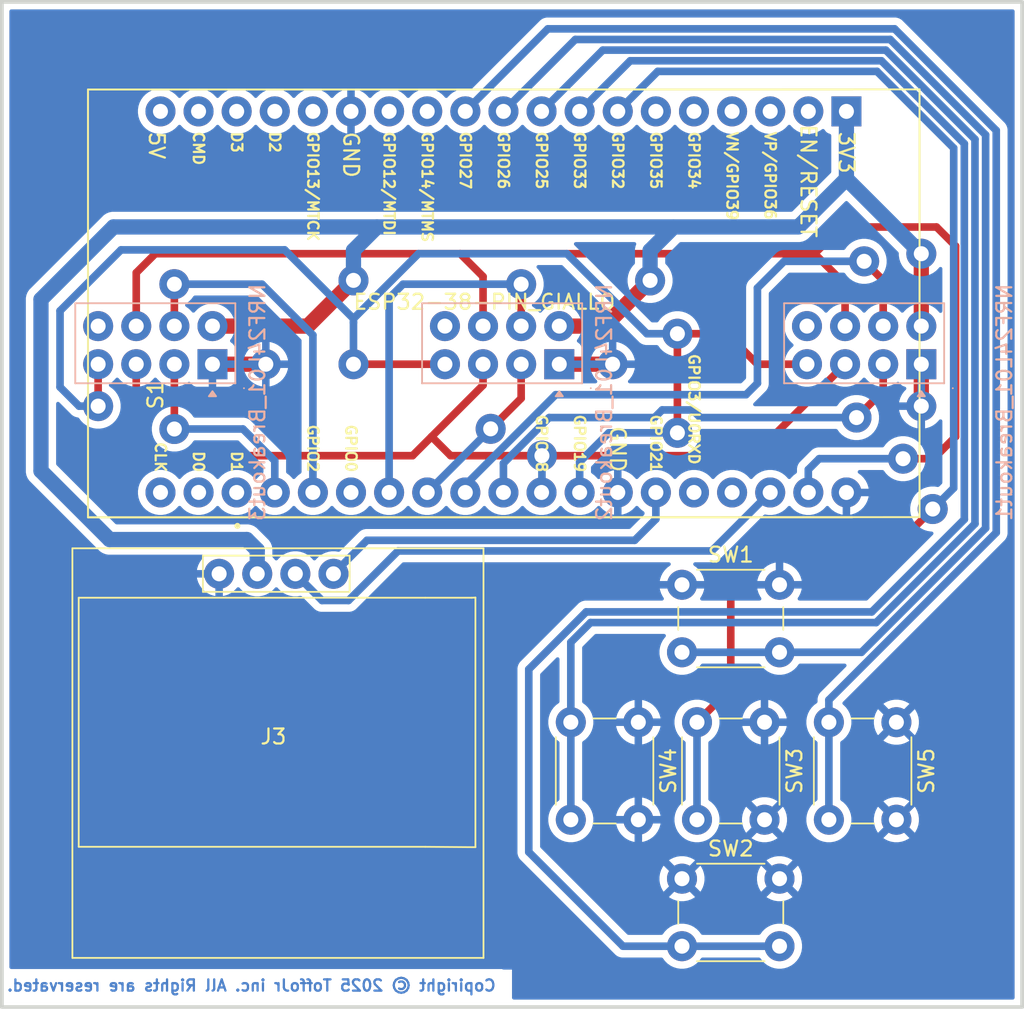
<source format=kicad_pcb>
(kicad_pcb (version 20241229) (generator "pcbnew") (generator_version "9.0")
  (layers (0 "F.Cu" signal) (2 "B.Cu" signal) (13 "F.Paste" user) (15 "B.Paste" user) (5 "F.SilkS" user "F.Silkscreen") (7 "B.SilkS" user "B.Silkscreen") (1 "F.Mask" user) (3 "B.Mask" user) (25 "Edge.Cuts" user))
  (net 0 "")
  (net 1 "GND")
  (net 2 "+5V")
  (net 3 "+3V3")
  (net 4 "/SDA")
  (net 5 "/SCL")
  (net 6 "/SCK")
  (net 7 "/MOSI")
  (net 8 "/SS_ALTO")
  (net 9 "/CE_ALTO")
  (net 10 "/MISO")
  (net 13 "/SS_CENTRO")
  (net 14 "/CE_CENTRO")
  (net 15 "/SS_BASSO")
  (net 16 "Net-(J1-Pin_2)")
  (net 17 "/CE_BASSO")
  (net 19 "/OK_SW")
  (net 20 "/LEFT_SW")
  (net 21 "/RIGHT_SW")
  (net 22 "/DOWN_SW")
  (net 39 "/UP_SW")
  (footprint "0Planck_20250924:ESP32-38-PIN" (layer "F.Cu") (at 152.4891 67.6032 90)
    (property "Reference" "S1" (at 8.405 4.75 90) (layer "F.SilkS"))
    (property "Value" "ESP32-38-PIN_GIALLO" (at 14.605 26.67 0) (layer "F.SilkS"))
    (fp_line (start 28.76 0.25) (end 28.76 51.2) (stroke (width 0.127)) (layer "F.SilkS"))
    (fp_line (start 28.76 0.25) (end 28.7714 55.6768) (stroke (width 0.127)) (layer "F.SilkS"))
    (fp_line (start 18.03 0.25) (end 28.76 0.25) (stroke (width 0.127)) (layer "F.SilkS"))
    (fp_line (start 11.319 0.25) (end 18.03 0.25) (stroke (width 0.127)) (layer "F.SilkS"))
    (fp_line (start 0.25 0.25) (end 28.76 0.25) (stroke (width 0.127)) (layer "F.SilkS"))
    (fp_line (start 0.25 0.25) (end 11.319 0.25) (stroke (width 0.127)) (layer "F.SilkS"))
    (fp_line (start 0.25 51.2) (end 0.25 0.25) (stroke (width 0.127)) (layer "F.SilkS"))
    (fp_line (start 28.7714 55.6768) (end 0.2614 55.6768) (stroke (width 0.127)) (layer "F.SilkS"))
    (fp_line (start 23.3214 55.6768) (end 28.7714 55.6768) (stroke (width 0.127)) (layer "F.SilkS"))
    (fp_line (start 5.6314 55.6768) (end 23.3214 55.6768) (stroke (width 0.127)) (layer "F.SilkS"))
    (fp_line (start 0.2614 55.6768) (end 0.25 0.25) (stroke (width 0.127)) (layer "F.SilkS"))
    (fp_line (start 0.2614 55.6768) (end 5.6314 55.6768) (stroke (width 0.127)) (layer "F.SilkS"))
    (fp_circle (center -0.32 10.21) (end -0.22 10.21) (stroke (width 0.2)) (fill no) (layer "F.SilkS"))
    (fp_text user "GPIO19" (at 3.175 33.02 270) (layer "F.SilkS") (effects (font (size 0.7 0.7)) (justify right)))
    (fp_text user "GPIO14/MTMS" (at 26.035 22.86 270) (layer "F.SilkS") (effects (font (size 0.7 0.7)) (justify left)))
    (fp_text user "GPIO2" (at 3.175 15.24 270) (layer "F.SilkS") (effects (font (size 0.7 0.7)) (justify right)))
    (fp_text user "GPIO32" (at 26.035 35.56 270) (layer "F.SilkS") (effects (font (size 0.7 0.7)) (justify left)))
    (fp_text user "GPIO12/MTDI" (at 26.035 20.32 270) (layer "F.SilkS") (effects (font (size 0.7 0.7)) (justify left)))
    (fp_text user "GPIO3/U0RXD" (at 3.68668 40.64 270) (layer "F.SilkS") (effects (font (size 0.7 0.7)) (justify right)))
    (fp_text user "GPIO18" (at 3.175 30.48 270) (layer "F.SilkS") (effects (font (size 0.7 0.7)) (justify right)))
    (fp_text user "VP/GPIO36" (at 26.035 45.72 270) (layer "F.SilkS") (effects (font (size 0.7 0.7)) (justify left)))
    (fp_text user "D0" (at 3.175 7.62 270) (layer "F.SilkS") (effects (font (size 0.7 0.7)) (justify right)))
    (fp_text user "3V3" (at 26.035 50.8 270) (layer "F.SilkS") (effects (justify left)))
    (fp_text user "GPIO25" (at 26.035 30.48 270) (layer "F.SilkS") (effects (font (size 0.7 0.7)) (justify left)))
    (fp_text user "D3" (at 26.035 10.16 270) (layer "F.SilkS") (effects (font (size 0.7 0.7)) (justify left)))
    (fp_text user "D1" (at 3.175 10.16 270) (layer "F.SilkS") (effects (font (size 0.7 0.7)) (justify right)))
    (fp_text user "GND" (at 26.035 17.78 270) (layer "F.SilkS") (effects (justify left)))
    (fp_text user "GPIO13/MTCK" (at 26.035 15.24 270) (layer "F.SilkS") (effects (font (size 0.7 0.7)) (justify left)))
    (fp_text user "D2" (at 26.035 12.7 270) (layer "F.SilkS") (effects (font (size 0.7 0.7)) (justify left)))
    (fp_text user "GND" (at 3.175 35.56 270) (layer "F.SilkS") (effects (justify right)))
    (fp_text user "VN/GPIO39" (at 26.035 43.18 270) (layer "F.SilkS") (effects (font (size 0.7 0.7)) (justify left)))
    (fp_text user "GPIO33" (at 26.035 33.02 270) (layer "F.SilkS") (effects (font (size 0.7 0.7)) (justify left)))
    (fp_text user "GPIO34" (at 26.035 40.64 270) (layer "F.SilkS") (effects (font (size 0.7 0.7)) (justify left)))
    (fp_text user "5V" (at 26.03868 4.82872 270) (layer "F.SilkS") (effects (justify left)))
    (fp_text user "EN/RESET" (at 18.796 48.26 270) (layer "F.SilkS") (effects (justify right)))
    (fp_text user "GPIO0" (at 3.175 17.78 270) (layer "F.SilkS") (effects (font (size 0.7 0.7)) (justify right)))
    (fp_text user "GPIO27" (at 26.035 25.4 270) (layer "F.SilkS") (effects (font (size 0.7 0.7)) (justify left)))
    (fp_text user "CMD" (at 26.035 7.62 270) (layer "F.SilkS") (effects (font (size 0.7 0.7)) (justify left)))
    (fp_text user "GPIO35" (at 26.035 38.1 270) (layer "F.SilkS") (effects (font (size 0.7 0.7)) (justify left)))
    (fp_text user "CLK" (at 3.175 5.08 270) (layer "F.SilkS") (effects (font (size 0.7 0.7)) (justify right)))
    (fp_text user "GPIO21" (at 3.175 38.1 270) (layer "F.SilkS") (effects (font (size 0.7 0.7)) (justify right)))
    (pad "1" thru_hole rect (at 27.305 50.8 90) (size 2 2) (drill 1) (layers "*.Cu" "*.Mask") (net 3 "+3V3"))
    (pad "2" thru_hole circle (at 27.305 48.26 90) (size 2 2) (drill 1) (layers "*.Cu" "*.Mask"))
    (pad "3" thru_hole circle (at 27.305 45.72 90) (size 2 2) (drill 1) (layers "*.Cu" "*.Mask"))
    (pad "4" thru_hole oval (at 27.305 43.18 180) (size 2 2) (drill 1) (layers "*.Cu" "*.Mask"))
    (pad "5" thru_hole oval (at 27.305 40.64 180) (size 2 2) (drill 1) (layers "*.Cu" "*.Mask"))
    (pad "6" thru_hole oval (at 27.305 38.1 180) (size 2 2) (drill 1) (layers "*.Cu" "*.Mask"))
    (pad "7" thru_hole oval (at 27.305 35.56 180) (size 2 2) (drill 1) (layers "*.Cu" "*.Mask") (net 19 "/OK_SW"))
    (pad "8" thru_hole oval (at 27.305 33.02 180) (size 2 2) (drill 1) (layers "*.Cu" "*.Mask") (net 22 "/DOWN_SW"))
    (pad "9" thru_hole oval (at 27.305 30.48 180) (size 2 2) (drill 1) (layers "*.Cu" "*.Mask") (net 20 "/LEFT_SW"))
    (pad "10" thru_hole oval (at 27.305 27.94 180) (size 2 2) (drill 1) (layers "*.Cu" "*.Mask") (net 39 "/UP_SW"))
    (pad "11" thru_hole oval (at 27.305 25.4 180) (size 2 2) (drill 1) (layers "*.Cu" "*.Mask") (net 21 "/RIGHT_SW"))
    (pad "12" thru_hole oval (at 27.305 22.86 180) (size 2 2) (drill 1) (layers "*.Cu" "*.Mask") (net 16 "Net-(J1-Pin_2)"))
    (pad "13" thru_hole oval (at 27.305 20.32 180) (size 2 2) (drill 1) (layers "*.Cu" "*.Mask"))
    (pad "14" thru_hole oval (at 27.305 17.78 180) (size 2 2) (drill 1) (layers "*.Cu" "*.Mask") (net 1 "GND"))
    (pad "15" thru_hole oval (at 27.305 15.24 180) (size 2 2) (drill 1) (layers "*.Cu" "*.Mask"))
    (pad "16" thru_hole oval (at 27.305 12.7 180) (size 2 2) (drill 1) (layers "*.Cu" "*.Mask"))
    (pad "17" thru_hole oval (at 27.305 10.16 180) (size 2 2) (drill 1) (layers "*.Cu" "*.Mask"))
    (pad "18" thru_hole oval (at 27.305 7.62 180) (size 2 2) (drill 1) (layers "*.Cu" "*.Mask"))
    (pad "19" thru_hole oval (at 27.305 5.08 180) (size 2 2) (drill 1) (layers "*.Cu" "*.Mask") (net 2 "+5V"))
    (pad "20" thru_hole oval (at 1.90868 5.08272 180) (size 2 2) (drill 1) (layers "*.Cu" "*.Mask"))
    (pad "21" thru_hole oval (at 1.90868 7.62272 180) (size 2 2) (drill 1) (layers "*.Cu" "*.Mask"))
    (pad "22" thru_hole oval (at 1.905 10.16 180) (size 2 2) (drill 1) (layers "*.Cu" "*.Mask"))
    (pad "23" thru_hole oval (at 1.905 12.7 180) (size 2 2) (drill 1) (layers "*.Cu" "*.Mask") (net 17 "/CE_BASSO"))
    (pad "24" thru_hole oval (at 1.905 15.24 180) (size 2 2) (drill 1) (layers "*.Cu" "*.Mask") (net 15 "/SS_BASSO"))
    (pad "25" thru_hole oval (at 1.905 17.78 180) (size 2 2) (drill 1) (layers "*.Cu" "*.Mask"))
    (pad "26" thru_hole oval (at 1.905 20.32 180) (size 2 2) (drill 1) (layers "*.Cu" "*.Mask") (net 13 "/SS_CENTRO"))
    (pad "27" thru_hole oval (at 1.905 22.86 180) (size 2 2) (drill 1) (layers "*.Cu" "*.Mask") (net 14 "/CE_CENTRO"))
    (pad "28" thru_hole oval (at 1.905 25.4 180) (size 2 2) (drill 1) (layers "*.Cu" "*.Mask") (net 8 "/SS_ALTO"))
    (pad "29" thru_hole oval (at 1.905 27.94 180) (size 2 2) (drill 1) (layers "*.Cu" "*.Mask") (net 9 "/CE_ALTO"))
    (pad "30" thru_hole oval (at 1.905 30.48 180) (size 2 2) (drill 1) (layers "*.Cu" "*.Mask") (net 6 "/SCK"))
    (pad "31" thru_hole oval (at 1.905 33.02 180) (size 2 2) (drill 1) (layers "*.Cu" "*.Mask") (net 10 "/MISO"))
    (pad "32" thru_hole oval (at 1.905 35.56 180) (size 2 2) (drill 1) (layers "*.Cu" "*.Mask") (net 1 "GND"))
    (pad "33" thru_hole oval (at 1.905 38.1 180) (size 2 2) (drill 1) (layers "*.Cu" "*.Mask") (net 4 "/SDA"))
    (pad "34" thru_hole oval (at 1.905 40.64 180) (size 2 2) (drill 1) (layers "*.Cu" "*.Mask"))
    (pad "35" thru_hole oval (at 1.905 43.18 180) (size 2 2) (drill 1) (layers "*.Cu" "*.Mask"))
    (pad "36" thru_hole oval (at 1.905 45.72 180) (size 2 2) (drill 1) (layers "*.Cu" "*.Mask") (net 5 "/SCL"))
    (pad "37" thru_hole oval (at 1.905 48.26 180) (size 2 2) (drill 1) (layers "*.Cu" "*.Mask") (net 7 "/MOSI"))
    (pad "38" thru_hole oval (at 1.905 50.8 180) (size 2 2) (drill 1) (layers "*.Cu" "*.Mask") (net 1 "GND"))
  )
  (footprint "0Planck_20250924:SW_PUSH_6mm_H9.5mm" (layer "F.Cu") (at 197.83 81.01 -90)
    (property "Reference" "SW3" (at 3.25 -2 90) (layer "F.SilkS"))
    (property "Value" "OK_SW")
    (fp_line (start 1 5.5) (end 5.5 5.5) (stroke (width 0.12)) (layer "F.SilkS"))
    (fp_line (start 6.75 3) (end 6.75 1.5) (stroke (width 0.12)) (layer "F.SilkS"))
    (fp_line (start -0.25 1.5) (end -0.25 3) (stroke (width 0.12)) (layer "F.SilkS"))
    (fp_line (start 5.5 -1) (end 1 -1) (stroke (width 0.12)) (layer "F.SilkS"))
    (pad "1" thru_hole oval (at 0 0) (size 2 2) (drill 1) (layers "*.Cu" "*.Mask") (net 1 "GND"))
    (pad "1" thru_hole circle (at 6.5 0 270) (size 2 2) (drill 1) (layers "*.Cu" "*.Mask") (net 1 "GND"))
    (pad "2" thru_hole oval (at 0 4.5) (size 2 2) (drill 1) (layers "*.Cu" "*.Mask") (net 19 "/OK_SW"))
    (pad "2" thru_hole circle (at 6.5 4.5 270) (size 2 2) (drill 1) (layers "*.Cu" "*.Mask") (net 19 "/OK_SW"))
  )
  (footprint "" (layer "F.Cu") (at 164.592 57.15)
    (property "Reference" "" (at 0 0 0) (layer "F.SilkS") (effects (font (size 1.27 1.27))))
    (property "Value" "")
    (pad "" thru_hole oval (at 0 0 180) (size 2 2) (drill 1) (layers "*.Cu" "*.Mask") (net 1 "GND"))
  )
  (footprint "0Planck_20250924:128x64OLED" (layer "F.Cu") (at 165.1 81.72)
    (property "Reference" "J3" (at 0 0.254 0) (layer "F.SilkS"))
    (property "Value" "OLED")
    (fp_line (start -13.4 -12.3) (end 14 -12.3) (stroke (width 0.12)) (layer "F.SilkS"))
    (fp_line (start -13.4 15) (end -13.4 -12.3) (stroke (width 0.12)) (layer "F.SilkS"))
    (fp_line (start -12.978 -9.005) (end 10.122 -9.005) (stroke (width 0.12)) (layer "F.SilkS"))
    (fp_line (start -12.978 7.595) (end -12.978 -9.005) (stroke (width 0.12)) (layer "F.SilkS"))
    (fp_line (start -4.699 -11.811) (end -4.699 -9.398) (stroke (width 0.12)) (layer "F.SilkS"))
    (fp_line (start -4.699 -11.811) (end 5.08 -11.811) (stroke (width 0.12)) (layer "F.SilkS"))
    (fp_line (start 5.08 -11.811) (end 5.08 -9.398) (stroke (width 0.12)) (layer "F.SilkS"))
    (fp_line (start 5.08 -9.398) (end -4.699 -9.398) (stroke (width 0.12)) (layer "F.SilkS"))
    (fp_line (start 10.122 -9.005) (end 13.208 -9.005) (stroke (width 0.12)) (layer "F.SilkS"))
    (fp_line (start 10.122 7.595) (end -12.978 7.595) (stroke (width 0.12)) (layer "F.SilkS"))
    (fp_line (start 10.122 7.595) (end 13.462 7.62) (stroke (width 0.12)) (layer "F.SilkS"))
    (fp_line (start 13.462 -9.017) (end 13.208 -9.005) (stroke (width 0.12)) (layer "F.SilkS"))
    (fp_line (start 13.462 7.62) (end 13.462 -9.017) (stroke (width 0.12)) (layer "F.SilkS"))
    (fp_line (start 14 -12.3) (end 14 15) (stroke (width 0.12)) (layer "F.SilkS"))
    (fp_line (start 14 15) (end -13.4 15) (stroke (width 0.12)) (layer "F.SilkS"))
    (pad "1" thru_hole oval (at -3.62 -10.6 90) (size 2 2) (drill 1) (layers "*.Cu" "*.Mask") (net 1 "GND"))
    (pad "2" thru_hole oval (at -1.08 -10.6 90) (size 2 2) (drill 1) (layers "*.Cu" "*.Mask") (net 3 "+3V3"))
    (pad "3" thru_hole oval (at 1.46 -10.6 90) (size 2 2) (drill 1) (layers "*.Cu" "*.Mask") (net 5 "/SCL"))
    (pad "4" thru_hole oval (at 4 -10.6 90) (size 2 2) (drill 1) (layers "*.Cu" "*.Mask") (net 4 "/SDA"))
  )
  (footprint "0Planck_20250924:SW_PUSH_6mm_H9.5mm" (layer "F.Cu") (at 192.33 71.85)
    (property "Reference" "SW1" (at 3.25 -2 0) (layer "F.SilkS"))
    (property "Value" "UP_SW")
    (fp_line (start -0.25 1.5) (end -0.25 3) (stroke (width 0.12)) (layer "F.SilkS"))
    (fp_line (start 1 5.5) (end 5.5 5.5) (stroke (width 0.12)) (layer "F.SilkS"))
    (fp_line (start 5.5 -1) (end 1 -1) (stroke (width 0.12)) (layer "F.SilkS"))
    (fp_line (start 6.75 3) (end 6.75 1.5) (stroke (width 0.12)) (layer "F.SilkS"))
    (pad "1" thru_hole oval (at 0 0 90) (size 2 2) (drill 1) (layers "*.Cu" "*.Mask") (net 1 "GND"))
    (pad "1" thru_hole oval (at 6.5 0 90) (size 2 2) (drill 1) (layers "*.Cu" "*.Mask") (net 1 "GND"))
    (pad "2" thru_hole oval (at 0 4.5 90) (size 2 2) (drill 1) (layers "*.Cu" "*.Mask") (net 39 "/UP_SW"))
    (pad "2" thru_hole oval (at 6.5 4.5 90) (size 2 2) (drill 1) (layers "*.Cu" "*.Mask") (net 39 "/UP_SW"))
  )
  (footprint "0Planck_20250924:SW_PUSH_6mm_H9.5mm" (layer "F.Cu") (at 189.42 81.01 -90)
    (property "Reference" "SW4" (at 3.25 -2 90) (layer "F.SilkS"))
    (property "Value" "LEFT_SW")
    (fp_line (start 1 5.5) (end 5.5 5.5) (stroke (width 0.12)) (layer "F.SilkS"))
    (fp_line (start 6.75 3) (end 6.75 1.5) (stroke (width 0.12)) (layer "F.SilkS"))
    (fp_line (start -0.25 1.5) (end -0.25 3) (stroke (width 0.12)) (layer "F.SilkS"))
    (fp_line (start 5.5 -1) (end 1 -1) (stroke (width 0.12)) (layer "F.SilkS"))
    (pad "1" thru_hole oval (at 0 0) (size 2 2) (drill 1) (layers "*.Cu" "*.Mask") (net 1 "GND"))
    (pad "1" thru_hole oval (at 6.5 0) (size 2 2) (drill 1) (layers "*.Cu" "*.Mask") (net 1 "GND"))
    (pad "2" thru_hole oval (at 0 4.5) (size 2 2) (drill 1) (layers "*.Cu" "*.Mask") (net 20 "/LEFT_SW"))
    (pad "2" thru_hole oval (at 6.5 4.5) (size 2 2) (drill 1) (layers "*.Cu" "*.Mask") (net 20 "/LEFT_SW"))
  )
  (footprint "0Planck_20250924:SW_PUSH_6mm_H9.5mm" (layer "F.Cu") (at 192.33 91.44)
    (property "Reference" "SW2" (at 3.25 -2 0) (layer "F.SilkS"))
    (property "Value" "DOWN_SW")
    (fp_line (start -0.25 1.5) (end -0.25 3) (stroke (width 0.12)) (layer "F.SilkS"))
    (fp_line (start 1 5.5) (end 5.5 5.5) (stroke (width 0.12)) (layer "F.SilkS"))
    (fp_line (start 5.5 -1) (end 1 -1) (stroke (width 0.12)) (layer "F.SilkS"))
    (fp_line (start 6.75 3) (end 6.75 1.5) (stroke (width 0.12)) (layer "F.SilkS"))
    (pad "1" thru_hole circle (at 0 0) (size 2 2) (drill 1) (layers "*.Cu" "*.Mask") (net 1 "GND"))
    (pad "1" thru_hole circle (at 6.5 0) (size 2 2) (drill 1) (layers "*.Cu" "*.Mask") (net 1 "GND"))
    (pad "2" thru_hole circle (at 0 4.5) (size 2 2) (drill 1) (layers "*.Cu" "*.Mask") (net 22 "/DOWN_SW"))
    (pad "2" thru_hole circle (at 6.5 4.5) (size 2 2) (drill 1) (layers "*.Cu" "*.Mask") (net 22 "/DOWN_SW"))
  )
  (footprint "" (layer "F.Cu") (at 208.28 59.944)
    (property "Reference" "" (at 0 0 0) (layer "F.SilkS") (effects (font (size 1.27 1.27))))
    (property "Value" "")
    (pad "" thru_hole oval (at 0 0 180) (size 2 2) (drill 1) (layers "*.Cu" "*.Mask") (net 1 "GND"))
  )
  (footprint "" (layer "F.Cu") (at 187.706 57.15)
    (property "Reference" "" (at 0 0 0) (layer "F.SilkS") (effects (font (size 1.27 1.27))))
    (property "Value" "")
    (pad "" thru_hole oval (at 0 0 180) (size 2 2) (drill 1) (layers "*.Cu" "*.Mask") (net 1 "GND"))
  )
  (footprint "0Planck_20250924:SW_PUSH_6mm_H9.5mm" (layer "F.Cu") (at 206.62 81.01 -90)
    (property "Reference" "SW5" (at 3.25 -2 90) (layer "F.SilkS"))
    (property "Value" "RIGHT_SW")
    (fp_line (start 1 5.5) (end 5.5 5.5) (stroke (width 0.12)) (layer "F.SilkS"))
    (fp_line (start 6.75 3) (end 6.75 1.5) (stroke (width 0.12)) (layer "F.SilkS"))
    (fp_line (start -0.25 1.5) (end -0.25 3) (stroke (width 0.12)) (layer "F.SilkS"))
    (fp_line (start 5.5 -1) (end 1 -1) (stroke (width 0.12)) (layer "F.SilkS"))
    (pad "1" thru_hole circle (at 0 0 270) (size 2 2) (drill 1) (layers "*.Cu" "*.Mask") (net 1 "GND"))
    (pad "1" thru_hole circle (at 6.5 0 270) (size 2 2) (drill 1) (layers "*.Cu" "*.Mask") (net 1 "GND"))
    (pad "2" thru_hole circle (at 0 4.5 270) (size 2 2) (drill 1) (layers "*.Cu" "*.Mask") (net 21 "/RIGHT_SW"))
    (pad "2" thru_hole circle (at 6.5 4.5 270) (size 2 2) (drill 1) (layers "*.Cu" "*.Mask") (net 21 "/RIGHT_SW"))
  )
  (footprint "0Planck_20250924:nRF24L01_PA_LNA" (layer "B.Cu") (at 184.15 57.15 90)
    (property "Reference" "NRF24L01_Breakout2" (at -2.54 3 90) (layer "B.SilkS") (effects (justify mirror)))
    (property "Value" "CENTRO" (hide yes))
    (fp_line (start 4.064 -9.144) (end -1.27 -9.144) (stroke (width 0.12)) (layer "B.SilkS"))
    (fp_line (start -1.27 -9.144) (end -1.27 -9.144) (stroke (width 0.12)) (layer "B.SilkS"))
    (fp_line (start -1.27 -9.144) (end -1.27 1.524) (stroke (width 0.12)) (layer "B.SilkS"))
    (fp_line (start 4.064 1.524) (end 4.064 -9.144) (stroke (width 0.12)) (layer "B.SilkS"))
    (fp_line (start -1.27 1.524) (end 4.064 1.524) (stroke (width 0.12)) (layer "B.SilkS"))
    (fp_line (start -1.27 1.524) (end -1.27 1.524) (stroke (width 0.12)) (layer "B.SilkS"))
    (fp_line (start -1.6 2.1) (end -1.6 2.1) (stroke (width 0.12)) (layer "B.SilkS"))
    (fp_poly (pts (xy -1.8 0) (xy -2.136 -0.24) (xy -2.136 0.24) (xy -1.8 0)) (stroke (width 0.12)) (fill yes) (layer "B.SilkS"))
    (pad "1" thru_hole rect (at 0 0 90) (size 2 2) (drill 1) (layers "*.Cu" "*.Mask") (net 1 "GND"))
    (pad "2" thru_hole oval (at 2.54 0 180) (size 2 2) (drill 1) (layers "*.Cu" "*.Mask") (net 3 "+3V3"))
    (pad "3" thru_hole oval (at 0 -2.54 180) (size 2 2) (drill 1) (layers "*.Cu" "*.Mask") (net 14 "/CE_CENTRO"))
    (pad "4" thru_hole oval (at 2.54 -2.54 180) (size 2 2) (drill 1) (layers "*.Cu" "*.Mask") (net 13 "/SS_CENTRO"))
    (pad "5" thru_hole oval (at 0 -5.08 180) (size 2 2) (drill 1) (layers "*.Cu" "*.Mask") (net 6 "/SCK"))
    (pad "6" thru_hole oval (at 2.54 -5.08 180) (size 2 2) (drill 1) (layers "*.Cu" "*.Mask") (net 7 "/MOSI"))
    (pad "7" thru_hole oval (at 0 -7.62 180) (size 2 2) (drill 1) (layers "*.Cu" "*.Mask") (net 10 "/MISO"))
    (pad "8" thru_hole oval (at 2.54 -7.62 180) (size 2 2) (drill 1) (layers "*.Cu" "*.Mask"))
  )
  (footprint "0Planck_20250924:nRF24L01_PA_LNA" (layer "B.Cu") (at 161.036 57.15 90)
    (property "Reference" "NRF24L01_Breakout3" (at -2.54 3 90) (layer "B.SilkS") (effects (justify mirror)))
    (property "Value" "BASSO" (hide yes))
    (fp_line (start 4.064 -9.144) (end -1.27 -9.144) (stroke (width 0.12)) (layer "B.SilkS"))
    (fp_line (start -1.27 -9.144) (end -1.27 -9.144) (stroke (width 0.12)) (layer "B.SilkS"))
    (fp_line (start -1.27 -9.144) (end -1.27 1.524) (stroke (width 0.12)) (layer "B.SilkS"))
    (fp_line (start 4.064 1.524) (end 4.064 -9.144) (stroke (width 0.12)) (layer "B.SilkS"))
    (fp_line (start -1.27 1.524) (end 4.064 1.524) (stroke (width 0.12)) (layer "B.SilkS"))
    (fp_line (start -1.27 1.524) (end -1.27 1.524) (stroke (width 0.12)) (layer "B.SilkS"))
    (fp_line (start -1.6 2.1) (end -1.6 2.1) (stroke (width 0.12)) (layer "B.SilkS"))
    (fp_poly (pts (xy -1.8 0) (xy -2.136 -0.24) (xy -2.136 0.24) (xy -1.8 0)) (stroke (width 0.12)) (fill yes) (layer "B.SilkS"))
    (pad "1" thru_hole rect (at 0 0 90) (size 2 2) (drill 1) (layers "*.Cu" "*.Mask") (net 1 "GND"))
    (pad "2" thru_hole oval (at 2.54 0 180) (size 2 2) (drill 1) (layers "*.Cu" "*.Mask") (net 3 "+3V3"))
    (pad "3" thru_hole oval (at 0 -2.54 180) (size 2 2) (drill 1) (layers "*.Cu" "*.Mask") (net 17 "/CE_BASSO"))
    (pad "4" thru_hole oval (at 2.54 -2.54 180) (size 2 2) (drill 1) (layers "*.Cu" "*.Mask") (net 15 "/SS_BASSO"))
    (pad "5" thru_hole oval (at 0 -5.08 180) (size 2 2) (drill 1) (layers "*.Cu" "*.Mask") (net 6 "/SCK"))
    (pad "6" thru_hole oval (at 2.54 -5.08 180) (size 2 2) (drill 1) (layers "*.Cu" "*.Mask") (net 7 "/MOSI"))
    (pad "7" thru_hole oval (at 0 -7.62 180) (size 2 2) (drill 1) (layers "*.Cu" "*.Mask") (net 10 "/MISO"))
    (pad "8" thru_hole oval (at 2.54 -7.62 180) (size 2 2) (drill 1) (layers "*.Cu" "*.Mask"))
  )
  (footprint "0Planck_20250924:nRF24L01_PA_LNA" (layer "B.Cu") (at 208.28 57.15 90)
    (property "Reference" "NRF24L01_Breakout1" (at -2.54 5.54 90) (layer "B.SilkS") (effects (justify mirror)))
    (property "Value" "ALTO" (hide yes))
    (fp_line (start 4.064 -9.144) (end -1.27 -9.144) (stroke (width 0.12)) (layer "B.SilkS"))
    (fp_line (start -1.27 -9.144) (end -1.27 -9.144) (stroke (width 0.12)) (layer "B.SilkS"))
    (fp_line (start -1.27 -9.144) (end -1.27 1.524) (stroke (width 0.12)) (layer "B.SilkS"))
    (fp_line (start 4.064 1.524) (end 4.064 -9.144) (stroke (width 0.12)) (layer "B.SilkS"))
    (fp_line (start -1.27 1.524) (end 4.064 1.524) (stroke (width 0.12)) (layer "B.SilkS"))
    (fp_line (start -1.27 1.524) (end -1.27 1.524) (stroke (width 0.12)) (layer "B.SilkS"))
    (fp_line (start -1.6 2.1) (end -1.6 2.1) (stroke (width 0.12)) (layer "B.SilkS"))
    (fp_poly (pts (xy -1.8 0) (xy -2.136 -0.24) (xy -2.136 0.24) (xy -1.8 0)) (stroke (width 0.12)) (fill yes) (layer "B.SilkS"))
    (pad "1" thru_hole rect (at 0 0 90) (size 2 2) (drill 1) (layers "*.Cu" "*.Mask") (net 1 "GND"))
    (pad "2" thru_hole circle (at 2.54 0 90) (size 2 2) (drill 1) (layers "*.Cu" "*.Mask") (net 3 "+3V3"))
    (pad "3" thru_hole circle (at 0 -2.54 90) (size 2 2) (drill 1) (layers "*.Cu" "*.Mask") (net 9 "/CE_ALTO"))
    (pad "4" thru_hole circle (at 2.54 -2.54 90) (size 2 2) (drill 1) (layers "*.Cu" "*.Mask") (net 8 "/SS_ALTO"))
    (pad "5" thru_hole circle (at 0 -5.08 90) (size 2 2) (drill 1) (layers "*.Cu" "*.Mask") (net 6 "/SCK"))
    (pad "6" thru_hole circle (at 2.54 -5.08 90) (size 2 2) (drill 1) (layers "*.Cu" "*.Mask") (net 7 "/MOSI"))
    (pad "7" thru_hole circle (at 0 -7.62 90) (size 2 2) (drill 1) (layers "*.Cu" "*.Mask") (net 10 "/MISO"))
    (pad "8" thru_hole circle (at 2.54 -7.62 90) (size 2 2) (drill 1) (layers "*.Cu" "*.Mask"))
  )
  (gr_rect (start 147 33) (end 215 100) (stroke (width 0.25)) (fill no) (layer "Edge.Cuts"))
  (gr_text "Copiright © 2025 ToffoJr inc. All Rights are reservated." (at 180 99 0) (layer "B.Cu") (effects (font (size 0.75 0.75) (thickness 0.15) (bold yes)) (justify left bottom mirror)))
  (gr_text "GPIO26" (at 180.4291 41.5682 270) (layer "F.SilkS") (effects (font (size 0.7 0.7)) (justify left)))
  (segment (start 164.592 57.15) (end 161.036 57.15) (width 1.016) (layer "F.Cu") (net 1))
  (segment (start 187.706 57.15) (end 184.15 57.15) (width 1.016) (layer "F.Cu") (net 1))
  (segment (start 208.28 59.944) (end 208.28 57.15) (width 1.016) (layer "F.Cu") (net 1))
  (segment (start 208.28 49.784) (end 208.28 54.61) (width 1.016) (layer "F.Cu") (net 3))
  (segment (start 190.204 51.568) (end 187.156 54.616) (width 1.016) (layer "F.Cu") (net 3))
  (segment (start 187.15 54.61) (end 184.15 54.61) (width 1.016) (layer "F.Cu") (net 3))
  (segment (start 170.434 51.562) (end 167.386 54.61) (width 1.016) (layer "F.Cu") (net 3))
  (segment (start 187.156 54.616) (end 187.15 54.61) (width 1.016) (layer "F.Cu") (net 3))
  (segment (start 167.386 54.61) (end 161.036 54.61) (width 1.016) (layer "F.Cu") (net 3))
  (via (at 208.28 49.784) (size 2) (drill 1) (layers "F.Cu" "B.Cu") (net 3))
  (via (at 190.204 51.568) (size 2) (drill 1) (layers "F.Cu" "B.Cu") (net 3))
  (via (at 170.434 51.562) (size 2) (drill 1) (layers "F.Cu" "B.Cu") (net 3))
  (segment (start 190.204 49.572) (end 191.77 48.006) (width 1.016) (layer "B.Cu") (net 3))
  (segment (start 149.606 64.262) (end 149.606 52.832) (width 1.016) (layer "B.Cu") (net 3))
  (segment (start 170.434 51.562) (end 170.434 49.566) (width 1.016) (layer "B.Cu") (net 3))
  (segment (start 163.322 68.834) (end 154.178 68.834) (width 1.016) (layer "B.Cu") (net 3))
  (segment (start 154.438 48) (end 200.0822 48) (width 1.016) (layer "B.Cu") (net 3))
  (segment (start 154.178 68.834) (end 149.606 64.262) (width 1.016) (layer "B.Cu") (net 3))
  (segment (start 208.28 49.784) (end 203.2891 44.7931) (width 1.016) (layer "B.Cu") (net 3))
  (segment (start 164.02 71.12) (end 164.02 69.532) (width 1.016) (layer "B.Cu") (net 3))
  (segment (start 164.02 69.532) (end 163.322 68.834) (width 1.016) (layer "B.Cu") (net 3))
  (segment (start 190.204 51.568) (end 190.204 49.572) (width 1.016) (layer "B.Cu") (net 3))
  (segment (start 203.2891 40.2982) (end 203.2891 44.7931) (width 1.016) (layer "B.Cu") (net 3))
  (segment (start 149.606 52.832) (end 154.438 48) (width 1.016) (layer "B.Cu") (net 3))
  (segment (start 170.434 49.566) (end 172 48) (width 1.016) (layer "B.Cu") (net 3))
  (segment (start 200.0822 48) (end 203.2891 44.7931) (width 1.016) (layer "B.Cu") (net 3))
  (segment (start 171.333 68.887) (end 169.1 71.12) (width 0.508) (layer "B.Cu") (net 4))
  (segment (start 190.5891 65.6982) (end 190.5891 67.4749) (width 0.508) (layer "B.Cu") (net 4))
  (segment (start 189.177 68.887) (end 171.333 68.887) (width 0.508) (layer "B.Cu") (net 4))
  (segment (start 190.5891 67.4749) (end 189.177 68.887) (width 0.508) (layer "B.Cu") (net 4))
  (segment (start 168.338 72.898) (end 166.56 71.12) (width 0.508) (layer "B.Cu") (net 5))
  (segment (start 198.2091 65.6982) (end 194.3113 69.596) (width 0.508) (layer "B.Cu") (net 5))
  (segment (start 170.102 72.898) (end 168.338 72.898) (width 0.508) (layer "B.Cu") (net 5))
  (segment (start 173.404 69.596) (end 170.102 72.898) (width 0.508) (layer "B.Cu") (net 5))
  (segment (start 194.3113 69.596) (end 173.404 69.596) (width 0.508) (layer "B.Cu") (net 5))
  (segment (start 179.07 58.547) (end 175.641 61.976) (width 0.508) (layer "F.Cu") (net 6))
  (segment (start 197.104 63.246) (end 203.2 57.15) (width 0.508) (layer "F.Cu") (net 6))
  (segment (start 182.994434 63.246) (end 176.911 63.246) (width 0.508) (layer "F.Cu") (net 6))
  (segment (start 157.734 63.246) (end 174.371 63.246) (width 0.508) (layer "F.Cu") (net 6))
  (segment (start 182.994434 63.246) (end 197.104 63.246) (width 0.508) (layer "F.Cu") (net 6))
  (segment (start 174.371 63.246) (end 175.641 61.976) (width 0.508) (layer "F.Cu") (net 6))
  (segment (start 179.07 57.15) (end 179.07 58.547) (width 0.508) (layer "F.Cu") (net 6))
  (segment (start 155.956 61.468) (end 157.734 63.246) (width 0.508) (layer "F.Cu") (net 6))
  (segment (start 176.911 63.246) (end 175.641 61.976) (width 0.508) (layer "F.Cu") (net 6))
  (segment (start 155.956 57.15) (end 155.956 61.468) (width 0.508) (layer "F.Cu") (net 6))
  (via (at 182.994434 63.246) (size 2) (drill 1) (layers "F.Cu" "B.Cu") (net 6))
  (segment (start 182.994434 63.246) (end 182.994434 64.833766) (width 0.508) (layer "B.Cu") (net 6))
  (segment (start 182.994434 64.833766) (end 182.9691 64.8591) (width 0.508) (layer "B.Cu") (net 6))
  (segment (start 182.9691 64.8591) (end 182.9691 65.6982) (width 0.508) (layer "B.Cu") (net 6))
  (segment (start 209.296 48.006) (end 202.946 48.006) (width 0.508) (layer "F.Cu") (net 7))
  (segment (start 179.07 51.308) (end 177.546 49.784) (width 0.508) (layer "F.Cu") (net 7))
  (segment (start 199.898 49.784) (end 177.546 49.784) (width 0.508) (layer "F.Cu") (net 7))
  (segment (start 203.2 54.61) (end 203.2 51.816) (width 0.508) (layer "F.Cu") (net 7))
  (segment (start 177.546 49.784) (end 157.226 49.784) (width 0.508) (layer "F.Cu") (net 7))
  (segment (start 155.956 51.054) (end 155.956 54.61) (width 0.508) (layer "F.Cu") (net 7))
  (segment (start 210.566 61.976) (end 210.566 49.276) (width 0.508) (layer "F.Cu") (net 7))
  (segment (start 203.2 51.816) (end 201.168 49.784) (width 0.508) (layer "F.Cu") (net 7))
  (segment (start 210.566 49.276) (end 209.296 48.006) (width 0.508) (layer "F.Cu") (net 7))
  (segment (start 179.07 54.61) (end 179.07 51.308) (width 0.508) (layer "F.Cu") (net 7))
  (segment (start 201.168 49.784) (end 199.898 49.784) (width 0.508) (layer "F.Cu") (net 7))
  (segment (start 157.226 49.784) (end 155.956 51.054) (width 0.508) (layer "F.Cu") (net 7))
  (segment (start 209.095 63.447) (end 210.566 61.976) (width 0.508) (layer "F.Cu") (net 7))
  (segment (start 207.063 63.447) (end 209.095 63.447) (width 0.508) (layer "F.Cu") (net 7))
  (segment (start 202.946 48.006) (end 201.168 49.784) (width 0.508) (layer "F.Cu") (net 7))
  (via (at 207.063 63.447) (size 2) (drill 1) (layers "F.Cu" "B.Cu") (net 7))
  (segment (start 200.7491 64.1729) (end 200.7491 65.6982) (width 0.508) (layer "B.Cu") (net 7))
  (segment (start 201.475 63.447) (end 200.7491 64.1729) (width 0.508) (layer "B.Cu") (net 7))
  (segment (start 207.063 63.447) (end 201.475 63.447) (width 0.508) (layer "B.Cu") (net 7))
  (segment (start 205.74 51.562) (end 205.74 54.61) (width 0.508) (layer "F.Cu") (net 8))
  (segment (start 204.47 50.292) (end 205.74 51.562) (width 0.508) (layer "F.Cu") (net 8))
  (via (at 204.47 50.292) (size 2) (drill 1) (layers "F.Cu" "B.Cu") (net 8))
  (segment (start 197.358 58.42) (end 196.596 59.182) (width 0.508) (layer "B.Cu") (net 8))
  (segment (start 177.8891 65.202222) (end 177.8891 65.6982) (width 0.508) (layer "B.Cu") (net 8))
  (segment (start 199.136 50.292) (end 197.358 52.07) (width 0.508) (layer "B.Cu") (net 8))
  (segment (start 204.47 50.292) (end 199.136 50.292) (width 0.508) (layer "B.Cu") (net 8))
  (segment (start 196.596 59.182) (end 183.909322 59.182) (width 0.508) (layer "B.Cu") (net 8))
  (segment (start 183.909322 59.182) (end 177.8891 65.202222) (width 0.508) (layer "B.Cu") (net 8))
  (segment (start 197.358 52.07) (end 197.358 58.42) (width 0.508) (layer "B.Cu") (net 8))
  (segment (start 203.962 60.706) (end 205.74 58.928) (width 0.508) (layer "F.Cu") (net 9))
  (segment (start 205.74 58.928) (end 205.74 57.15) (width 0.508) (layer "F.Cu") (net 9))
  (via (at 203.962 60.706) (size 2) (drill 1) (layers "F.Cu" "B.Cu") (net 9))
  (segment (start 203.962 60.706) (end 193.548 60.706) (width 0.508) (layer "B.Cu") (net 9))
  (segment (start 183.476753 60.706) (end 180.4291 63.753653) (width 0.508) (layer "B.Cu") (net 9))
  (segment (start 191.008 60.198) (end 190.5 60.706) (width 0.508) (layer "B.Cu") (net 9))
  (segment (start 180.4291 63.753653) (end 180.4291 65.6982) (width 0.508) (layer "B.Cu") (net 9))
  (segment (start 193.548 60.706) (end 193.04 60.198) (width 0.508) (layer "B.Cu") (net 9))
  (segment (start 190.5 60.706) (end 183.476753 60.706) (width 0.508) (layer "B.Cu") (net 9))
  (segment (start 193.04 60.198) (end 191.008 60.198) (width 0.508) (layer "B.Cu") (net 9))
  (segment (start 197.358 57.15) (end 195.326 55.118) (width 0.508) (layer "F.Cu") (net 10))
  (segment (start 195.326 55.118) (end 192.024 55.118) (width 0.508) (layer "F.Cu") (net 10))
  (segment (start 153.416 57.15) (end 153.416 59.944) (width 0.508) (layer "F.Cu") (net 10))
  (segment (start 200.66 57.15) (end 197.358 57.15) (width 0.508) (layer "F.Cu") (net 10))
  (segment (start 192.024 61.722) (end 192.024 55.118) (width 0.508) (layer "F.Cu") (net 10))
  (segment (start 170.434 57.15) (end 176.53 57.15) (width 0.508) (layer "F.Cu") (net 10))
  (via (at 153.416 59.944) (size 2) (drill 1) (layers "F.Cu" "B.Cu") (net 10))
  (via (at 192.024 61.722) (size 2) (drill 1) (layers "F.Cu" "B.Cu") (net 10))
  (via (at 170.434 57.15) (size 2) (drill 1) (layers "F.Cu" "B.Cu") (net 10))
  (via (at 192.024 55.118) (size 2) (drill 1) (layers "F.Cu" "B.Cu") (net 10))
  (segment (start 187.452 61.722) (end 185.5091 63.6649) (width 0.508) (layer "B.Cu") (net 10))
  (segment (start 170.434 54.369323) (end 170.434 57.15) (width 0.508) (layer "B.Cu") (net 10))
  (segment (start 192.024 61.722) (end 187.452 61.722) (width 0.508) (layer "B.Cu") (net 10))
  (segment (start 184.658 49.784) (end 174.765322 49.784) (width 0.508) (layer "B.Cu") (net 10))
  (segment (start 152.146 59.944) (end 150.876 58.674) (width 0.508) (layer "B.Cu") (net 10))
  (segment (start 153.416 59.944) (end 152.146 59.944) (width 0.508) (layer "B.Cu") (net 10))
  (segment (start 189.992 55.118) (end 184.658 49.784) (width 0.508) (layer "B.Cu") (net 10))
  (segment (start 185.5091 63.6649) (end 185.5091 65.6982) (width 0.508) (layer "B.Cu") (net 10))
  (segment (start 174.765322 49.784) (end 170.434 54.115322) (width 0.508) (layer "B.Cu") (net 10))
  (segment (start 170.434 54.369323) (end 170.434 54.115322) (width 0.508) (layer "B.Cu") (net 10))
  (segment (start 150.876 53.594) (end 154.94 49.53) (width 0.508) (layer "B.Cu") (net 10))
  (segment (start 192.024 55.118) (end 189.992 55.118) (width 0.508) (layer "B.Cu") (net 10))
  (segment (start 150.876 58.674) (end 150.876 53.594) (width 0.508) (layer "B.Cu") (net 10))
  (segment (start 154.94 49.53) (end 165.848678 49.53) (width 0.508) (layer "B.Cu") (net 10))
  (segment (start 165.848678 49.53) (end 170.434 54.115322) (width 0.508) (layer "B.Cu") (net 10))
  (segment (start 181.61 51.816) (end 181.61 54.61) (width 0.508) (layer "F.Cu") (net 13))
  (via (at 181.61 51.816) (size 2) (drill 1) (layers "F.Cu" "B.Cu") (net 13))
  (segment (start 181.61 51.816) (end 173.736 51.816) (width 0.508) (layer "B.Cu") (net 13))
  (segment (start 173.736 51.816) (end 172.8091 52.7429) (width 0.508) (layer "B.Cu") (net 13))
  (segment (start 172.8091 52.7429) (end 172.8091 65.6982) (width 0.508) (layer "B.Cu") (net 13))
  (segment (start 181.61 59.425054) (end 181.61 57.15) (width 0.508) (layer "F.Cu") (net 14))
  (segment (start 179.578 61.457054) (end 181.61 59.425054) (width 0.508) (layer "F.Cu") (net 14))
  (via (at 179.578 61.457054) (size 2) (drill 1) (layers "F.Cu" "B.Cu") (net 14))
  (segment (start 175.3491 65.6969) (end 175.3491 65.6982) (width 0.508) (layer "B.Cu") (net 14))
  (segment (start 179.578 61.457054) (end 179.578 61.468) (width 0.508) (layer "B.Cu") (net 14))
  (segment (start 179.578 61.468) (end 175.3491 65.6969) (width 0.508) (layer "B.Cu") (net 14))
  (segment (start 158.496 51.816) (end 158.496 54.61) (width 0.508) (layer "F.Cu") (net 15))
  (via (at 158.496 51.816) (size 2) (drill 1) (layers "F.Cu" "B.Cu") (net 15))
  (segment (start 164.338 51.816) (end 167.7291 55.2071) (width 0.508) (layer "B.Cu") (net 15))
  (segment (start 167.7291 55.2071) (end 167.7291 65.6982) (width 0.508) (layer "B.Cu") (net 15))
  (segment (start 158.496 51.816) (end 164.338 51.816) (width 0.508) (layer "B.Cu") (net 15))
  (segment (start 158.496 57.15) (end 158.496 61.468) (width 0.508) (layer "F.Cu") (net 17))
  (via (at 158.496 61.468) (size 2) (drill 1) (layers "F.Cu" "B.Cu") (net 17))
  (segment (start 163.068 61.468) (end 165.1891 63.5891) (width 0.508) (layer "B.Cu") (net 17))
  (segment (start 158.496 61.468) (end 163.068 61.468) (width 0.508) (layer "B.Cu") (net 17))
  (segment (start 165.1891 63.5891) (end 165.1891 65.6982) (width 0.508) (layer "B.Cu") (net 17))
  (segment (start 195.58 78.76) (end 193.33 81.01) (width 0.508) (layer "F.Cu") (net 19))
  (segment (start 209.042 66.802) (end 206.502 69.342) (width 0.508) (layer "F.Cu") (net 19))
  (segment (start 197.358 69.342) (end 195.58 71.12) (width 0.508) (layer "F.Cu") (net 19))
  (segment (start 206.502 69.342) (end 197.358 69.342) (width 0.508) (layer "F.Cu") (net 19))
  (segment (start 195.58 71.12) (end 195.58 78.76) (width 0.508) (layer "F.Cu") (net 19))
  (via (at 209.042 66.802) (size 2) (drill 1) (layers "F.Cu" "B.Cu") (net 19))
  (segment (start 210.439 42.745712) (end 205.327288 37.634) (width 0.508) (layer "B.Cu") (net 19))
  (segment (start 190.7133 37.634) (end 188.0491 40.2982) (width 0.508) (layer "B.Cu") (net 19))
  (segment (start 193.33 87.51) (end 193.33 81.01) (width 0.508) (layer "B.Cu") (net 19))
  (segment (start 210.439 65.405) (end 210.439 42.745712) (width 0.508) (layer "B.Cu") (net 19))
  (segment (start 209.042 66.802) (end 210.439 65.405) (width 0.508) (layer "B.Cu") (net 19))
  (segment (start 205.327288 37.634) (end 190.7133 37.634) (width 0.508) (layer "B.Cu") (net 19))
  (segment (start 205.914644 36.216) (end 211.857 42.158358) (width 0.508) (layer "B.Cu") (net 20))
  (segment (start 211.857 67.783677) (end 205.271677 74.369) (width 0.508) (layer "B.Cu") (net 20))
  (segment (start 184.92 75.684) (end 184.92 81.01) (width 0.508) (layer "B.Cu") (net 20))
  (segment (start 186.235 74.369) (end 184.92 75.684) (width 0.508) (layer "B.Cu") (net 20))
  (segment (start 187.0513 36.216) (end 205.914644 36.216) (width 0.508) (layer "B.Cu") (net 20))
  (segment (start 211.857 42.158358) (end 211.857 67.783677) (width 0.508) (layer "B.Cu") (net 20))
  (segment (start 184.92 87.51) (end 184.92 81.01) (width 0.508) (layer "B.Cu") (net 20))
  (segment (start 182.9691 40.2982) (end 187.0513 36.216) (width 0.508) (layer "B.Cu") (net 20))
  (segment (start 205.271677 74.369) (end 186.235 74.369) (width 0.508) (layer "B.Cu") (net 20))
  (segment (start 202.12 81.01) (end 202.12 79.526033) (width 0.508) (layer "B.Cu") (net 21))
  (segment (start 202.12 87.51) (end 202.12 81.01) (width 0.508) (layer "B.Cu") (net 21))
  (segment (start 202.12 79.526033) (end 213.275 68.371033) (width 0.508) (layer "B.Cu") (net 21))
  (segment (start 183.3893 34.798) (end 177.8891 40.2982) (width 0.508) (layer "B.Cu") (net 21))
  (segment (start 213.275 68.371033) (end 213.275 41.571) (width 0.508) (layer "B.Cu") (net 21))
  (segment (start 206.502 34.798) (end 183.3893 34.798) (width 0.508) (layer "B.Cu") (net 21))
  (segment (start 213.275 41.571) (end 206.502 34.798) (width 0.508) (layer "B.Cu") (net 21))
  (segment (start 185.941322 73.66) (end 182.118 77.483322) (width 0.508) (layer "B.Cu") (net 22))
  (segment (start 188.8823 36.925) (end 205.620966 36.925) (width 0.508) (layer "B.Cu") (net 22))
  (segment (start 188.396 95.94) (end 192.33 95.94) (width 0.508) (layer "B.Cu") (net 22))
  (segment (start 204.978 73.66) (end 185.941322 73.66) (width 0.508) (layer "B.Cu") (net 22))
  (segment (start 185.5091 40.2982) (end 188.8823 36.925) (width 0.508) (layer "B.Cu") (net 22))
  (segment (start 205.620966 36.925) (end 211.148 42.452035) (width 0.508) (layer "B.Cu") (net 22))
  (segment (start 182.118 77.483322) (end 182.118 89.662) (width 0.508) (layer "B.Cu") (net 22))
  (segment (start 192.33 95.94) (end 198.83 95.94) (width 0.508) (layer "B.Cu") (net 22))
  (segment (start 211.148 67.49) (end 204.978 73.66) (width 0.508) (layer "B.Cu") (net 22))
  (segment (start 182.118 89.662) (end 188.396 95.94) (width 0.508) (layer "B.Cu") (net 22))
  (segment (start 211.148 42.452035) (end 211.148 67.49) (width 0.508) (layer "B.Cu") (net 22))
  (segment (start 212.566 41.864678) (end 212.566 68.077355) (width 0.508) (layer "B.Cu") (net 39))
  (segment (start 206.208322 35.507) (end 212.566 41.864678) (width 0.508) (layer "B.Cu") (net 39))
  (segment (start 185.2203 35.507) (end 206.208322 35.507) (width 0.508) (layer "B.Cu") (net 39))
  (segment (start 204.293356 76.35) (end 198.83 76.35) (width 0.508) (layer "B.Cu") (net 39))
  (segment (start 180.4291 40.2982) (end 185.2203 35.507) (width 0.508) (layer "B.Cu") (net 39))
  (segment (start 192.33 76.35) (end 198.83 76.35) (width 0.508) (layer "B.Cu") (net 39))
  (segment (start 212.566 68.077355) (end 204.293356 76.35) (width 0.508) (layer "B.Cu") (net 39))
  (zone (net 1) (net_name "GND") (layer "B.Cu") (connect_pads (clearance 0.5)) (min_thickness 0.25) (fill yes (thermal_gap 0.5) (thermal_bridge_width 0.5))
    (polygon (pts (xy 147 33) (xy 215 33) (xy 215 100) (xy 147 100)))
  )
  (zone (net 0) (net_name "") (layer "B.Cu") (connect_pads (clearance 0)) (min_thickness 0.25)
    (keepout (tracks allowed) (vias allowed) (pads allowed) (copperpour not_allowed) (footprints allowed))
    (fill (thermal_gap 0.5) (thermal_bridge_width 0.5))
    (polygon (pts (xy 147 100) (xy 147 97.5) (xy 181 97.5) (xy 181 100)))
  )
)
</source>
